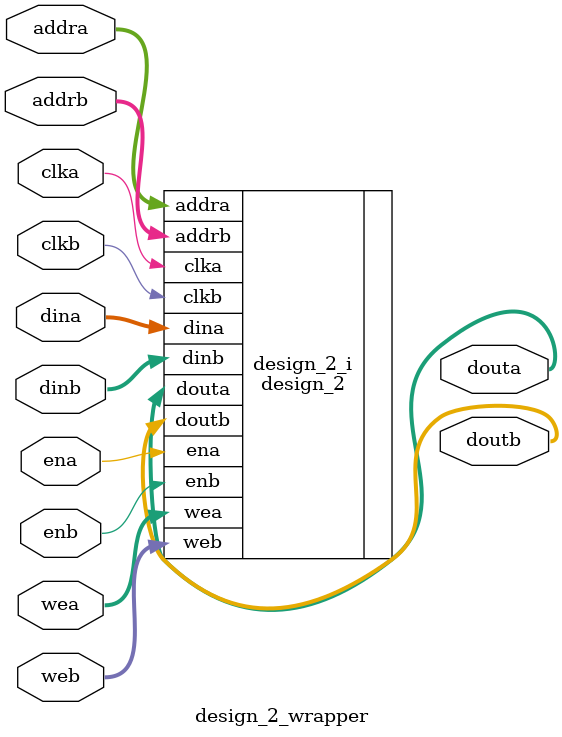
<source format=v>
`timescale 1 ps / 1 ps

module design_2_wrapper
   (addra,
    addrb,
    clka,
    clkb,
    dina,
    dinb,
    douta,
    doutb,
    ena,
    enb,
    wea,
    web);
  input [31:0]addra;
  input [31:0]addrb;
  input clka;
  input clkb;
  input [63:0]dina;
  input [63:0]dinb;
  output [63:0]douta;
  output [63:0]doutb;
  input ena;
  input enb;
  input [7:0]wea;
  input [7:0]web;

  wire [31:0]addra;
  wire [31:0]addrb;
  wire clka;
  wire clkb;
  wire [63:0]dina;
  wire [63:0]dinb;
  wire [63:0]douta;
  wire [63:0]doutb;
  wire ena;
  wire enb;
  wire [7:0]wea;
  wire [7:0]web;

  design_2 design_2_i
       (.addra(addra),
        .addrb(addrb),
        .clka(clka),
        .clkb(clkb),
        .dina(dina),
        .dinb(dinb),
        .douta(douta),
        .doutb(doutb),
        .ena(ena),
        .enb(enb),
        .wea(wea),
        .web(web));
endmodule

</source>
